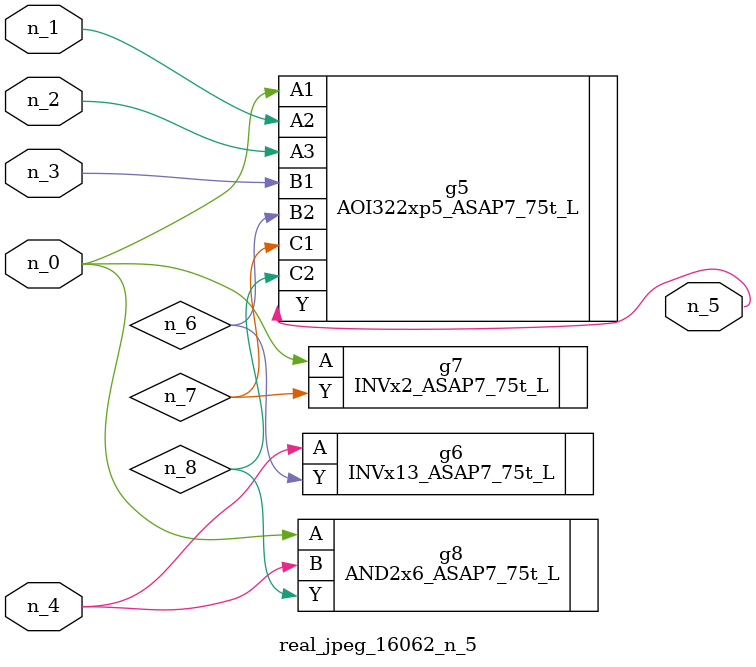
<source format=v>
module real_jpeg_16062_n_5 (n_4, n_0, n_1, n_2, n_3, n_5);

input n_4;
input n_0;
input n_1;
input n_2;
input n_3;

output n_5;

wire n_8;
wire n_6;
wire n_7;

AOI322xp5_ASAP7_75t_L g5 ( 
.A1(n_0),
.A2(n_1),
.A3(n_2),
.B1(n_3),
.B2(n_6),
.C1(n_7),
.C2(n_8),
.Y(n_5)
);

INVx2_ASAP7_75t_L g7 ( 
.A(n_0),
.Y(n_7)
);

AND2x6_ASAP7_75t_L g8 ( 
.A(n_0),
.B(n_4),
.Y(n_8)
);

INVx13_ASAP7_75t_L g6 ( 
.A(n_4),
.Y(n_6)
);


endmodule
</source>
